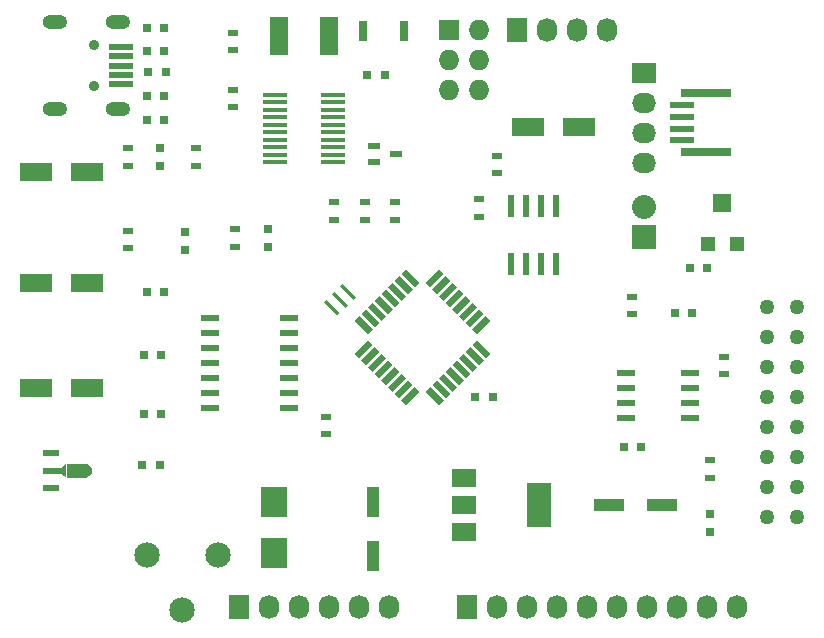
<source format=gts>
G04 #@! TF.FileFunction,Soldermask,Top*
%FSLAX46Y46*%
G04 Gerber Fmt 4.6, Leading zero omitted, Abs format (unit mm)*
G04 Created by KiCad (PCBNEW (2015-01-06 BZR 5261)-product) date Thursday, April 09, 2015 'PMt' 11:27:51 PM*
%MOMM*%
G01*
G04 APERTURE LIST*
%ADD10C,0.152400*%
%ADD11C,1.270000*%
%ADD12C,2.150000*%
%ADD13R,0.800000X1.700000*%
%ADD14R,0.750000X0.800000*%
%ADD15R,0.900000X0.500000*%
%ADD16R,2.032000X0.406400*%
%ADD17R,2.800000X1.600000*%
%ADD18R,1.500000X3.200000*%
%ADD19R,2.650000X1.000000*%
%ADD20R,2.000000X1.500000*%
%ADD21R,2.000000X3.800000*%
%ADD22R,1.000000X2.650000*%
%ADD23R,2.300000X2.500000*%
%ADD24R,0.800000X0.750000*%
%ADD25R,1.727200X2.032000*%
%ADD26O,1.727200X2.032000*%
%ADD27R,2.032000X1.727200*%
%ADD28O,2.032000X1.727200*%
%ADD29R,2.032000X2.032000*%
%ADD30O,2.032000X2.032000*%
%ADD31R,2.000000X0.500000*%
%ADD32O,2.100000X1.200000*%
%ADD33C,0.900000*%
%ADD34R,2.000000X0.600000*%
%ADD35R,4.200000X0.700000*%
%ADD36R,1.600000X1.500000*%
%ADD37R,1.200000X1.200000*%
%ADD38R,1.400000X0.480000*%
%ADD39R,1.550000X0.560000*%
%ADD40R,1.800000X1.200000*%
%ADD41R,1.600000X0.600000*%
%ADD42R,1.500000X0.500000*%
%ADD43R,0.570000X1.970000*%
%ADD44R,1.000760X0.599440*%
%ADD45R,1.727200X1.727200*%
%ADD46O,1.727200X1.727200*%
G04 APERTURE END LIST*
D10*
D11*
X195326000Y-129413000D03*
X197866000Y-129413000D03*
X195326000Y-126873000D03*
X197866000Y-126873000D03*
X195326000Y-124333000D03*
X197866000Y-124333000D03*
X195326000Y-121793000D03*
X197866000Y-121793000D03*
X195326000Y-119253000D03*
X197866000Y-119253000D03*
X195326000Y-116713000D03*
X197866000Y-116713000D03*
X195326000Y-114173000D03*
X197866000Y-114173000D03*
X195326000Y-111633000D03*
X197866000Y-111633000D03*
D12*
X142796000Y-132588000D03*
X148796000Y-132588000D03*
X145796000Y-137288000D03*
D13*
X164514000Y-88265000D03*
X161114000Y-88265000D03*
D14*
X146050000Y-106795000D03*
X146050000Y-105295000D03*
D15*
X141224000Y-105168000D03*
X141224000Y-106668000D03*
D14*
X143891000Y-98183000D03*
X143891000Y-99683000D03*
D16*
X153631900Y-96202500D03*
X153631900Y-95567500D03*
X153631900Y-94932500D03*
X153631900Y-94297500D03*
X153631900Y-93662500D03*
X153631900Y-96837500D03*
X153631900Y-97472500D03*
X153631900Y-98107500D03*
X153631900Y-98742500D03*
X153631900Y-99377500D03*
X158534100Y-99377500D03*
X158534100Y-98742500D03*
X158534100Y-98107500D03*
X158534100Y-97472500D03*
X158534100Y-96837500D03*
X158534100Y-96202500D03*
X158534100Y-95567500D03*
X158534100Y-94932500D03*
X158534100Y-94297500D03*
X158534100Y-93662500D03*
D17*
X179392000Y-96366000D03*
X175092000Y-96366000D03*
X133409000Y-118518000D03*
X137709000Y-118518000D03*
X133409000Y-109628000D03*
X137709000Y-109628000D03*
D18*
X153983000Y-88646000D03*
X158183000Y-88646000D03*
D14*
X190500000Y-129171000D03*
X190500000Y-130671000D03*
X153035000Y-105041000D03*
X153035000Y-106541000D03*
D19*
X181875000Y-128397000D03*
X186425000Y-128397000D03*
D10*
G36*
X158671381Y-110326249D02*
X159802751Y-111457619D01*
X159590619Y-111669751D01*
X158459249Y-110538381D01*
X158671381Y-110326249D01*
X158671381Y-110326249D01*
G37*
G36*
X159343132Y-109654498D02*
X160474502Y-110785868D01*
X160262370Y-110998000D01*
X159131000Y-109866630D01*
X159343132Y-109654498D01*
X159343132Y-109654498D01*
G37*
G36*
X157999630Y-110998000D02*
X159131000Y-112129370D01*
X158918868Y-112341502D01*
X157787498Y-111210132D01*
X157999630Y-110998000D01*
X157999630Y-110998000D01*
G37*
D20*
X169672000Y-126097000D03*
X169672000Y-128397000D03*
X169672000Y-130697000D03*
D21*
X175972000Y-128397000D03*
D22*
X161925000Y-132704000D03*
X161925000Y-128154000D03*
D17*
X133409000Y-100230000D03*
X137709000Y-100230000D03*
D23*
X153543000Y-132461000D03*
X153543000Y-128152000D03*
D24*
X142379000Y-124968000D03*
X143879000Y-124968000D03*
X142506000Y-120650000D03*
X144006000Y-120650000D03*
X142506000Y-115697000D03*
X144006000Y-115697000D03*
X142760000Y-110363000D03*
X144260000Y-110363000D03*
X188964000Y-112141000D03*
X187464000Y-112141000D03*
X190234000Y-108331000D03*
X188734000Y-108331000D03*
X183146000Y-123444000D03*
X184646000Y-123444000D03*
X170573000Y-119253000D03*
X172073000Y-119253000D03*
X142760000Y-88011000D03*
X144260000Y-88011000D03*
X142760000Y-89916000D03*
X144260000Y-89916000D03*
X142887000Y-91694000D03*
X144387000Y-91694000D03*
X142760000Y-93726000D03*
X144260000Y-93726000D03*
X144260000Y-95758000D03*
X142760000Y-95758000D03*
D25*
X150622000Y-137033000D03*
D26*
X153162000Y-137033000D03*
X155702000Y-137033000D03*
X158242000Y-137033000D03*
X160782000Y-137033000D03*
X163322000Y-137033000D03*
D25*
X169926000Y-137033000D03*
D26*
X172466000Y-137033000D03*
X175006000Y-137033000D03*
X177546000Y-137033000D03*
X180086000Y-137033000D03*
X182626000Y-137033000D03*
X185166000Y-137033000D03*
X187706000Y-137033000D03*
X190246000Y-137033000D03*
X192786000Y-137033000D03*
D27*
X184912000Y-91821000D03*
D28*
X184912000Y-94361000D03*
X184912000Y-96901000D03*
X184912000Y-99441000D03*
D29*
X184912000Y-105664000D03*
D30*
X184912000Y-103124000D03*
D31*
X140573000Y-91186000D03*
X140573000Y-90386000D03*
X140573000Y-89586000D03*
X140573000Y-91986000D03*
X140573000Y-92786000D03*
D32*
X140323000Y-87536000D03*
X140323000Y-94836000D03*
X135023000Y-94836000D03*
X135023000Y-87536000D03*
D33*
X138323000Y-89436000D03*
X138323000Y-92936000D03*
D34*
X188103000Y-96512000D03*
X188103000Y-97512000D03*
X188103000Y-95512000D03*
X188103000Y-94512000D03*
D35*
X190103000Y-98512000D03*
X190103000Y-93512000D03*
D15*
X172466000Y-98818000D03*
X172466000Y-100318000D03*
X183896000Y-110756000D03*
X183896000Y-112256000D03*
X191643000Y-115836000D03*
X191643000Y-117336000D03*
X157988000Y-122416000D03*
X157988000Y-120916000D03*
X190500000Y-124599000D03*
X190500000Y-126099000D03*
X150241000Y-105041000D03*
X150241000Y-106541000D03*
X150114000Y-89904000D03*
X150114000Y-88404000D03*
X150114000Y-94730000D03*
X150114000Y-93230000D03*
X146939000Y-98183000D03*
X146939000Y-99683000D03*
X158623000Y-102755000D03*
X158623000Y-104255000D03*
X161290000Y-102755000D03*
X161290000Y-104255000D03*
X163830000Y-104255000D03*
X163830000Y-102755000D03*
X141224000Y-98183000D03*
X141224000Y-99683000D03*
D36*
X191516000Y-102817000D03*
D37*
X190316000Y-106267000D03*
X192716000Y-106267000D03*
D38*
X134673340Y-123974860D03*
D39*
X134725000Y-125476000D03*
D38*
X134673340Y-126977140D03*
D40*
X136825000Y-125476000D03*
D10*
G36*
X135975000Y-126026000D02*
X135475000Y-125726000D01*
X135475000Y-125226000D01*
X135975000Y-124926000D01*
X135975000Y-126026000D01*
X135975000Y-126026000D01*
G37*
G36*
X137675000Y-124926000D02*
X138175000Y-125226000D01*
X138175000Y-125726000D01*
X137675000Y-126026000D01*
X137675000Y-124926000D01*
X137675000Y-124926000D01*
G37*
D41*
X188755000Y-117251000D03*
X183355000Y-117251000D03*
X188755000Y-118501000D03*
X188755000Y-119751000D03*
X188755000Y-121001000D03*
X183355000Y-118501000D03*
X183355000Y-119751000D03*
X183355000Y-121001000D03*
D42*
X148096000Y-112532000D03*
X148096000Y-113802000D03*
X148096000Y-115072000D03*
X148096000Y-116342000D03*
X148096000Y-117612000D03*
X148096000Y-118882000D03*
X148096000Y-120152000D03*
X154846000Y-120152000D03*
X154846000Y-118882000D03*
X154846000Y-117612000D03*
X154846000Y-116342000D03*
X154846000Y-115072000D03*
X154846000Y-113802000D03*
X154846000Y-112532000D03*
D43*
X173609000Y-103062000D03*
X174879000Y-103062000D03*
X176149000Y-103062000D03*
X177419000Y-103062000D03*
X173609000Y-108012000D03*
X174879000Y-108012000D03*
X176149000Y-108012000D03*
X177419000Y-108012000D03*
D10*
G36*
X164330555Y-108816666D02*
X164719464Y-108427757D01*
X165850835Y-109559128D01*
X165461926Y-109948037D01*
X164330555Y-108816666D01*
X164330555Y-108816666D01*
G37*
G36*
X163764870Y-109382352D02*
X164153779Y-108993443D01*
X165285150Y-110124814D01*
X164896241Y-110513723D01*
X163764870Y-109382352D01*
X163764870Y-109382352D01*
G37*
G36*
X163199184Y-109948037D02*
X163588093Y-109559128D01*
X164719464Y-110690499D01*
X164330555Y-111079408D01*
X163199184Y-109948037D01*
X163199184Y-109948037D01*
G37*
G36*
X162633499Y-110513722D02*
X163022408Y-110124813D01*
X164153779Y-111256184D01*
X163764870Y-111645093D01*
X162633499Y-110513722D01*
X162633499Y-110513722D01*
G37*
G36*
X162067813Y-111079408D02*
X162456722Y-110690499D01*
X163588093Y-111821870D01*
X163199184Y-112210779D01*
X162067813Y-111079408D01*
X162067813Y-111079408D01*
G37*
G36*
X161502128Y-111645093D02*
X161891037Y-111256184D01*
X163022408Y-112387555D01*
X162633499Y-112776464D01*
X161502128Y-111645093D01*
X161502128Y-111645093D01*
G37*
G36*
X160936443Y-112210779D02*
X161325352Y-111821870D01*
X162456723Y-112953241D01*
X162067814Y-113342150D01*
X160936443Y-112210779D01*
X160936443Y-112210779D01*
G37*
G36*
X160370757Y-112776464D02*
X160759666Y-112387555D01*
X161891037Y-113518926D01*
X161502128Y-113907835D01*
X160370757Y-112776464D01*
X160370757Y-112776464D01*
G37*
G36*
X160759666Y-115958445D02*
X160370757Y-115569536D01*
X161502128Y-114438165D01*
X161891037Y-114827074D01*
X160759666Y-115958445D01*
X160759666Y-115958445D01*
G37*
G36*
X161325352Y-116524130D02*
X160936443Y-116135221D01*
X162067814Y-115003850D01*
X162456723Y-115392759D01*
X161325352Y-116524130D01*
X161325352Y-116524130D01*
G37*
G36*
X161891037Y-117089816D02*
X161502128Y-116700907D01*
X162633499Y-115569536D01*
X163022408Y-115958445D01*
X161891037Y-117089816D01*
X161891037Y-117089816D01*
G37*
G36*
X162456722Y-117655501D02*
X162067813Y-117266592D01*
X163199184Y-116135221D01*
X163588093Y-116524130D01*
X162456722Y-117655501D01*
X162456722Y-117655501D01*
G37*
G36*
X163022408Y-118221187D02*
X162633499Y-117832278D01*
X163764870Y-116700907D01*
X164153779Y-117089816D01*
X163022408Y-118221187D01*
X163022408Y-118221187D01*
G37*
G36*
X163588093Y-118786872D02*
X163199184Y-118397963D01*
X164330555Y-117266592D01*
X164719464Y-117655501D01*
X163588093Y-118786872D01*
X163588093Y-118786872D01*
G37*
G36*
X164153779Y-119352557D02*
X163764870Y-118963648D01*
X164896241Y-117832277D01*
X165285150Y-118221186D01*
X164153779Y-119352557D01*
X164153779Y-119352557D01*
G37*
G36*
X164719464Y-119918243D02*
X164330555Y-119529334D01*
X165461926Y-118397963D01*
X165850835Y-118786872D01*
X164719464Y-119918243D01*
X164719464Y-119918243D01*
G37*
G36*
X166381165Y-118786872D02*
X166770074Y-118397963D01*
X167901445Y-119529334D01*
X167512536Y-119918243D01*
X166381165Y-118786872D01*
X166381165Y-118786872D01*
G37*
G36*
X166946850Y-118221186D02*
X167335759Y-117832277D01*
X168467130Y-118963648D01*
X168078221Y-119352557D01*
X166946850Y-118221186D01*
X166946850Y-118221186D01*
G37*
G36*
X167512536Y-117655501D02*
X167901445Y-117266592D01*
X169032816Y-118397963D01*
X168643907Y-118786872D01*
X167512536Y-117655501D01*
X167512536Y-117655501D01*
G37*
G36*
X168078221Y-117089816D02*
X168467130Y-116700907D01*
X169598501Y-117832278D01*
X169209592Y-118221187D01*
X168078221Y-117089816D01*
X168078221Y-117089816D01*
G37*
G36*
X168643907Y-116524130D02*
X169032816Y-116135221D01*
X170164187Y-117266592D01*
X169775278Y-117655501D01*
X168643907Y-116524130D01*
X168643907Y-116524130D01*
G37*
G36*
X169209592Y-115958445D02*
X169598501Y-115569536D01*
X170729872Y-116700907D01*
X170340963Y-117089816D01*
X169209592Y-115958445D01*
X169209592Y-115958445D01*
G37*
G36*
X169775277Y-115392759D02*
X170164186Y-115003850D01*
X171295557Y-116135221D01*
X170906648Y-116524130D01*
X169775277Y-115392759D01*
X169775277Y-115392759D01*
G37*
G36*
X170340963Y-114827074D02*
X170729872Y-114438165D01*
X171861243Y-115569536D01*
X171472334Y-115958445D01*
X170340963Y-114827074D01*
X170340963Y-114827074D01*
G37*
G36*
X170729872Y-113907835D02*
X170340963Y-113518926D01*
X171472334Y-112387555D01*
X171861243Y-112776464D01*
X170729872Y-113907835D01*
X170729872Y-113907835D01*
G37*
G36*
X170164186Y-113342150D02*
X169775277Y-112953241D01*
X170906648Y-111821870D01*
X171295557Y-112210779D01*
X170164186Y-113342150D01*
X170164186Y-113342150D01*
G37*
G36*
X169598501Y-112776464D02*
X169209592Y-112387555D01*
X170340963Y-111256184D01*
X170729872Y-111645093D01*
X169598501Y-112776464D01*
X169598501Y-112776464D01*
G37*
G36*
X169032816Y-112210779D02*
X168643907Y-111821870D01*
X169775278Y-110690499D01*
X170164187Y-111079408D01*
X169032816Y-112210779D01*
X169032816Y-112210779D01*
G37*
G36*
X168467130Y-111645093D02*
X168078221Y-111256184D01*
X169209592Y-110124813D01*
X169598501Y-110513722D01*
X168467130Y-111645093D01*
X168467130Y-111645093D01*
G37*
G36*
X167901445Y-111079408D02*
X167512536Y-110690499D01*
X168643907Y-109559128D01*
X169032816Y-109948037D01*
X167901445Y-111079408D01*
X167901445Y-111079408D01*
G37*
G36*
X167335759Y-110513723D02*
X166946850Y-110124814D01*
X168078221Y-108993443D01*
X168467130Y-109382352D01*
X167335759Y-110513723D01*
X167335759Y-110513723D01*
G37*
G36*
X166770074Y-109948037D02*
X166381165Y-109559128D01*
X167512536Y-108427757D01*
X167901445Y-108816666D01*
X166770074Y-109948037D01*
X166770074Y-109948037D01*
G37*
D44*
X161991040Y-99329240D03*
X161991040Y-98028760D03*
X163890960Y-98679000D03*
D45*
X168402000Y-88138000D03*
D46*
X170942000Y-88138000D03*
X168402000Y-90678000D03*
X170942000Y-90678000D03*
X168402000Y-93218000D03*
X170942000Y-93218000D03*
D15*
X170942000Y-104001000D03*
X170942000Y-102501000D03*
D24*
X161429000Y-91948000D03*
X162929000Y-91948000D03*
D25*
X174117000Y-88138000D03*
D26*
X176657000Y-88138000D03*
X179197000Y-88138000D03*
X181737000Y-88138000D03*
M02*

</source>
